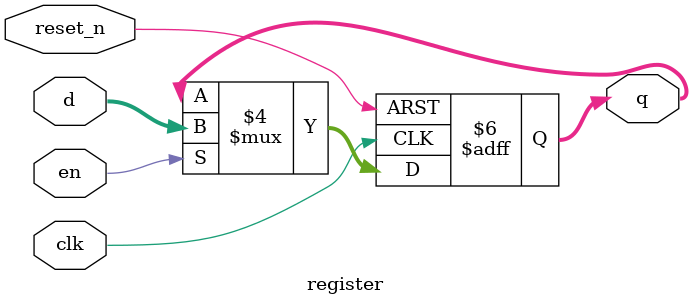
<source format=sv>
module register #(parameter N = 8)
					  (input  logic clk, reset_n, en,
					   input  logic [N - 1:0] d,
						output logic [N - 1:0] q);
	
	always_ff @(posedge clk, negedge reset_n)
	begin
		if (!reset_n)
			q <= 0;
		else if (en)
			q <= d;
		else
			q <= q;
	end
	
endmodule

</source>
